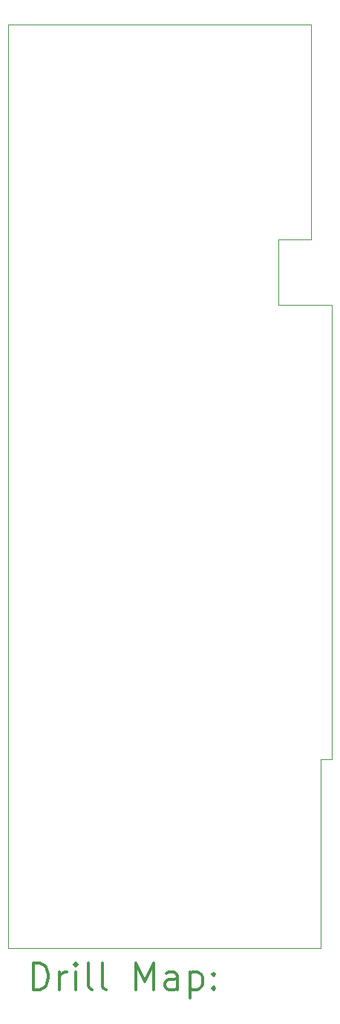
<source format=gbr>
%FSLAX45Y45*%
G04 Gerber Fmt 4.5, Leading zero omitted, Abs format (unit mm)*
G04 Created by KiCad (PCBNEW 5.1.5) date 2019-11-29 13:28:31*
%MOMM*%
%LPD*%
G04 APERTURE LIST*
%TA.AperFunction,Profile*%
%ADD10C,0.050000*%
%TD*%
%ADD11C,0.200000*%
%ADD12C,0.300000*%
G04 APERTURE END LIST*
D10*
X7310000Y-17070000D02*
X7310000Y-6550000D01*
X10870000Y-17070000D02*
X7310000Y-17070000D01*
X10870000Y-14920000D02*
X10870000Y-17070000D01*
X11000000Y-14920000D02*
X10870000Y-14920000D01*
X11000000Y-9740000D02*
X11000000Y-14920000D01*
X10390000Y-9740000D02*
X11000000Y-9740000D01*
X10390000Y-9000000D02*
X10390000Y-9740000D01*
X10760000Y-9000000D02*
X10390000Y-9000000D01*
X10760000Y-6550000D02*
X10760000Y-9000000D01*
X7310000Y-6550000D02*
X10760000Y-6550000D01*
D11*
D12*
X7593928Y-17538214D02*
X7593928Y-17238214D01*
X7665357Y-17238214D01*
X7708214Y-17252500D01*
X7736786Y-17281072D01*
X7751071Y-17309643D01*
X7765357Y-17366786D01*
X7765357Y-17409643D01*
X7751071Y-17466786D01*
X7736786Y-17495357D01*
X7708214Y-17523929D01*
X7665357Y-17538214D01*
X7593928Y-17538214D01*
X7893928Y-17538214D02*
X7893928Y-17338214D01*
X7893928Y-17395357D02*
X7908214Y-17366786D01*
X7922500Y-17352500D01*
X7951071Y-17338214D01*
X7979643Y-17338214D01*
X8079643Y-17538214D02*
X8079643Y-17338214D01*
X8079643Y-17238214D02*
X8065357Y-17252500D01*
X8079643Y-17266786D01*
X8093928Y-17252500D01*
X8079643Y-17238214D01*
X8079643Y-17266786D01*
X8265357Y-17538214D02*
X8236786Y-17523929D01*
X8222500Y-17495357D01*
X8222500Y-17238214D01*
X8422500Y-17538214D02*
X8393928Y-17523929D01*
X8379643Y-17495357D01*
X8379643Y-17238214D01*
X8765357Y-17538214D02*
X8765357Y-17238214D01*
X8865357Y-17452500D01*
X8965357Y-17238214D01*
X8965357Y-17538214D01*
X9236786Y-17538214D02*
X9236786Y-17381072D01*
X9222500Y-17352500D01*
X9193928Y-17338214D01*
X9136786Y-17338214D01*
X9108214Y-17352500D01*
X9236786Y-17523929D02*
X9208214Y-17538214D01*
X9136786Y-17538214D01*
X9108214Y-17523929D01*
X9093928Y-17495357D01*
X9093928Y-17466786D01*
X9108214Y-17438214D01*
X9136786Y-17423929D01*
X9208214Y-17423929D01*
X9236786Y-17409643D01*
X9379643Y-17338214D02*
X9379643Y-17638214D01*
X9379643Y-17352500D02*
X9408214Y-17338214D01*
X9465357Y-17338214D01*
X9493928Y-17352500D01*
X9508214Y-17366786D01*
X9522500Y-17395357D01*
X9522500Y-17481072D01*
X9508214Y-17509643D01*
X9493928Y-17523929D01*
X9465357Y-17538214D01*
X9408214Y-17538214D01*
X9379643Y-17523929D01*
X9651071Y-17509643D02*
X9665357Y-17523929D01*
X9651071Y-17538214D01*
X9636786Y-17523929D01*
X9651071Y-17509643D01*
X9651071Y-17538214D01*
X9651071Y-17352500D02*
X9665357Y-17366786D01*
X9651071Y-17381072D01*
X9636786Y-17366786D01*
X9651071Y-17352500D01*
X9651071Y-17381072D01*
M02*

</source>
